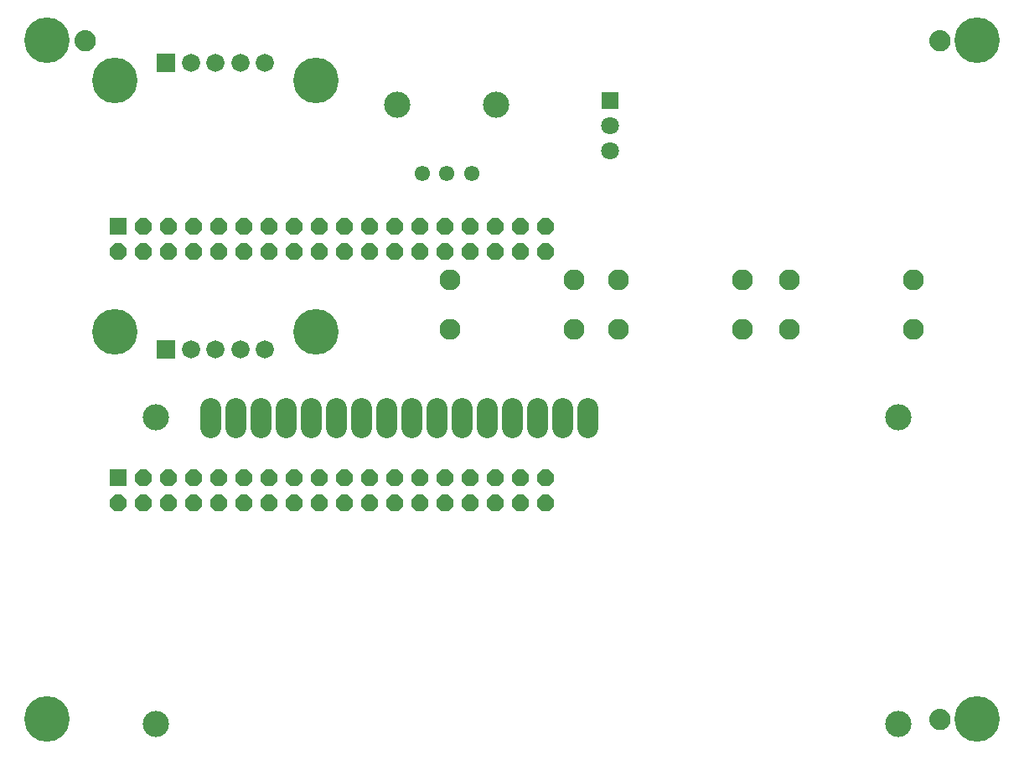
<source format=gbr>
G04 EAGLE Gerber RS-274X export*
G75*
%MOMM*%
%FSLAX34Y34*%
%LPD*%
%INSoldermask Bottom*%
%IPPOS*%
%AMOC8*
5,1,8,0,0,1.08239X$1,22.5*%
G01*
%ADD10R,1.676400X1.676400*%
%ADD11P,1.814519X8X22.500000*%
%ADD12C,4.597400*%
%ADD13C,0.609600*%
%ADD14C,1.168400*%
%ADD15C,1.828800*%
%ADD16R,1.828800X1.828800*%
%ADD17C,2.082800*%
%ADD18C,2.652400*%
%ADD19C,1.552400*%
%ADD20R,1.803400X1.803400*%
%ADD21C,1.803400*%
%ADD22C,2.112400*%


D10*
X109900Y536200D03*
D11*
X109900Y510800D03*
X135300Y536200D03*
X135300Y510800D03*
X160700Y536200D03*
X160700Y510800D03*
X186100Y536200D03*
X186100Y510800D03*
X211500Y536200D03*
X211500Y510800D03*
X236900Y536200D03*
X236900Y510800D03*
X262300Y536200D03*
X262300Y510800D03*
X287700Y536200D03*
X287700Y510800D03*
X313100Y536200D03*
X313100Y510800D03*
X338500Y536200D03*
X338500Y510800D03*
X363900Y536200D03*
X363900Y510800D03*
X389300Y536200D03*
X389300Y510800D03*
X414700Y536200D03*
X414700Y510800D03*
X440100Y536200D03*
X440100Y510800D03*
X465500Y536200D03*
X465500Y510800D03*
X490900Y536200D03*
X490900Y510800D03*
X516300Y536200D03*
X516300Y510800D03*
X541700Y536200D03*
X541700Y510800D03*
D10*
X109900Y282200D03*
D11*
X109900Y256800D03*
X135300Y282200D03*
X135300Y256800D03*
X160700Y282200D03*
X160700Y256800D03*
X186100Y282200D03*
X186100Y256800D03*
X211500Y282200D03*
X211500Y256800D03*
X236900Y282200D03*
X236900Y256800D03*
X262300Y282200D03*
X262300Y256800D03*
X287700Y282200D03*
X287700Y256800D03*
X313100Y282200D03*
X313100Y256800D03*
X338500Y282200D03*
X338500Y256800D03*
X363900Y282200D03*
X363900Y256800D03*
X389300Y282200D03*
X389300Y256800D03*
X414700Y282200D03*
X414700Y256800D03*
X440100Y282200D03*
X440100Y256800D03*
X465500Y282200D03*
X465500Y256800D03*
X490900Y282200D03*
X490900Y256800D03*
X516300Y282200D03*
X516300Y256800D03*
X541700Y282200D03*
X541700Y256800D03*
D12*
X38100Y723900D03*
X977900Y723900D03*
X38100Y38100D03*
X977900Y38100D03*
D13*
X68580Y723900D02*
X68582Y724087D01*
X68589Y724274D01*
X68601Y724461D01*
X68617Y724647D01*
X68637Y724833D01*
X68662Y725018D01*
X68692Y725203D01*
X68726Y725387D01*
X68765Y725570D01*
X68808Y725752D01*
X68856Y725932D01*
X68908Y726112D01*
X68965Y726290D01*
X69025Y726467D01*
X69091Y726642D01*
X69160Y726816D01*
X69234Y726988D01*
X69312Y727158D01*
X69394Y727326D01*
X69480Y727492D01*
X69570Y727656D01*
X69664Y727817D01*
X69762Y727977D01*
X69864Y728133D01*
X69970Y728288D01*
X70080Y728439D01*
X70193Y728588D01*
X70310Y728734D01*
X70430Y728877D01*
X70554Y729017D01*
X70681Y729154D01*
X70812Y729288D01*
X70946Y729419D01*
X71083Y729546D01*
X71223Y729670D01*
X71366Y729790D01*
X71512Y729907D01*
X71661Y730020D01*
X71812Y730130D01*
X71967Y730236D01*
X72123Y730338D01*
X72283Y730436D01*
X72444Y730530D01*
X72608Y730620D01*
X72774Y730706D01*
X72942Y730788D01*
X73112Y730866D01*
X73284Y730940D01*
X73458Y731009D01*
X73633Y731075D01*
X73810Y731135D01*
X73988Y731192D01*
X74168Y731244D01*
X74348Y731292D01*
X74530Y731335D01*
X74713Y731374D01*
X74897Y731408D01*
X75082Y731438D01*
X75267Y731463D01*
X75453Y731483D01*
X75639Y731499D01*
X75826Y731511D01*
X76013Y731518D01*
X76200Y731520D01*
X76387Y731518D01*
X76574Y731511D01*
X76761Y731499D01*
X76947Y731483D01*
X77133Y731463D01*
X77318Y731438D01*
X77503Y731408D01*
X77687Y731374D01*
X77870Y731335D01*
X78052Y731292D01*
X78232Y731244D01*
X78412Y731192D01*
X78590Y731135D01*
X78767Y731075D01*
X78942Y731009D01*
X79116Y730940D01*
X79288Y730866D01*
X79458Y730788D01*
X79626Y730706D01*
X79792Y730620D01*
X79956Y730530D01*
X80117Y730436D01*
X80277Y730338D01*
X80433Y730236D01*
X80588Y730130D01*
X80739Y730020D01*
X80888Y729907D01*
X81034Y729790D01*
X81177Y729670D01*
X81317Y729546D01*
X81454Y729419D01*
X81588Y729288D01*
X81719Y729154D01*
X81846Y729017D01*
X81970Y728877D01*
X82090Y728734D01*
X82207Y728588D01*
X82320Y728439D01*
X82430Y728288D01*
X82536Y728133D01*
X82638Y727977D01*
X82736Y727817D01*
X82830Y727656D01*
X82920Y727492D01*
X83006Y727326D01*
X83088Y727158D01*
X83166Y726988D01*
X83240Y726816D01*
X83309Y726642D01*
X83375Y726467D01*
X83435Y726290D01*
X83492Y726112D01*
X83544Y725932D01*
X83592Y725752D01*
X83635Y725570D01*
X83674Y725387D01*
X83708Y725203D01*
X83738Y725018D01*
X83763Y724833D01*
X83783Y724647D01*
X83799Y724461D01*
X83811Y724274D01*
X83818Y724087D01*
X83820Y723900D01*
X83818Y723713D01*
X83811Y723526D01*
X83799Y723339D01*
X83783Y723153D01*
X83763Y722967D01*
X83738Y722782D01*
X83708Y722597D01*
X83674Y722413D01*
X83635Y722230D01*
X83592Y722048D01*
X83544Y721868D01*
X83492Y721688D01*
X83435Y721510D01*
X83375Y721333D01*
X83309Y721158D01*
X83240Y720984D01*
X83166Y720812D01*
X83088Y720642D01*
X83006Y720474D01*
X82920Y720308D01*
X82830Y720144D01*
X82736Y719983D01*
X82638Y719823D01*
X82536Y719667D01*
X82430Y719512D01*
X82320Y719361D01*
X82207Y719212D01*
X82090Y719066D01*
X81970Y718923D01*
X81846Y718783D01*
X81719Y718646D01*
X81588Y718512D01*
X81454Y718381D01*
X81317Y718254D01*
X81177Y718130D01*
X81034Y718010D01*
X80888Y717893D01*
X80739Y717780D01*
X80588Y717670D01*
X80433Y717564D01*
X80277Y717462D01*
X80117Y717364D01*
X79956Y717270D01*
X79792Y717180D01*
X79626Y717094D01*
X79458Y717012D01*
X79288Y716934D01*
X79116Y716860D01*
X78942Y716791D01*
X78767Y716725D01*
X78590Y716665D01*
X78412Y716608D01*
X78232Y716556D01*
X78052Y716508D01*
X77870Y716465D01*
X77687Y716426D01*
X77503Y716392D01*
X77318Y716362D01*
X77133Y716337D01*
X76947Y716317D01*
X76761Y716301D01*
X76574Y716289D01*
X76387Y716282D01*
X76200Y716280D01*
X76013Y716282D01*
X75826Y716289D01*
X75639Y716301D01*
X75453Y716317D01*
X75267Y716337D01*
X75082Y716362D01*
X74897Y716392D01*
X74713Y716426D01*
X74530Y716465D01*
X74348Y716508D01*
X74168Y716556D01*
X73988Y716608D01*
X73810Y716665D01*
X73633Y716725D01*
X73458Y716791D01*
X73284Y716860D01*
X73112Y716934D01*
X72942Y717012D01*
X72774Y717094D01*
X72608Y717180D01*
X72444Y717270D01*
X72283Y717364D01*
X72123Y717462D01*
X71967Y717564D01*
X71812Y717670D01*
X71661Y717780D01*
X71512Y717893D01*
X71366Y718010D01*
X71223Y718130D01*
X71083Y718254D01*
X70946Y718381D01*
X70812Y718512D01*
X70681Y718646D01*
X70554Y718783D01*
X70430Y718923D01*
X70310Y719066D01*
X70193Y719212D01*
X70080Y719361D01*
X69970Y719512D01*
X69864Y719667D01*
X69762Y719823D01*
X69664Y719983D01*
X69570Y720144D01*
X69480Y720308D01*
X69394Y720474D01*
X69312Y720642D01*
X69234Y720812D01*
X69160Y720984D01*
X69091Y721158D01*
X69025Y721333D01*
X68965Y721510D01*
X68908Y721688D01*
X68856Y721868D01*
X68808Y722048D01*
X68765Y722230D01*
X68726Y722413D01*
X68692Y722597D01*
X68662Y722782D01*
X68637Y722967D01*
X68617Y723153D01*
X68601Y723339D01*
X68589Y723526D01*
X68582Y723713D01*
X68580Y723900D01*
D14*
X76200Y723900D03*
D13*
X932180Y38100D02*
X932182Y38287D01*
X932189Y38474D01*
X932201Y38661D01*
X932217Y38847D01*
X932237Y39033D01*
X932262Y39218D01*
X932292Y39403D01*
X932326Y39587D01*
X932365Y39770D01*
X932408Y39952D01*
X932456Y40132D01*
X932508Y40312D01*
X932565Y40490D01*
X932625Y40667D01*
X932691Y40842D01*
X932760Y41016D01*
X932834Y41188D01*
X932912Y41358D01*
X932994Y41526D01*
X933080Y41692D01*
X933170Y41856D01*
X933264Y42017D01*
X933362Y42177D01*
X933464Y42333D01*
X933570Y42488D01*
X933680Y42639D01*
X933793Y42788D01*
X933910Y42934D01*
X934030Y43077D01*
X934154Y43217D01*
X934281Y43354D01*
X934412Y43488D01*
X934546Y43619D01*
X934683Y43746D01*
X934823Y43870D01*
X934966Y43990D01*
X935112Y44107D01*
X935261Y44220D01*
X935412Y44330D01*
X935567Y44436D01*
X935723Y44538D01*
X935883Y44636D01*
X936044Y44730D01*
X936208Y44820D01*
X936374Y44906D01*
X936542Y44988D01*
X936712Y45066D01*
X936884Y45140D01*
X937058Y45209D01*
X937233Y45275D01*
X937410Y45335D01*
X937588Y45392D01*
X937768Y45444D01*
X937948Y45492D01*
X938130Y45535D01*
X938313Y45574D01*
X938497Y45608D01*
X938682Y45638D01*
X938867Y45663D01*
X939053Y45683D01*
X939239Y45699D01*
X939426Y45711D01*
X939613Y45718D01*
X939800Y45720D01*
X939987Y45718D01*
X940174Y45711D01*
X940361Y45699D01*
X940547Y45683D01*
X940733Y45663D01*
X940918Y45638D01*
X941103Y45608D01*
X941287Y45574D01*
X941470Y45535D01*
X941652Y45492D01*
X941832Y45444D01*
X942012Y45392D01*
X942190Y45335D01*
X942367Y45275D01*
X942542Y45209D01*
X942716Y45140D01*
X942888Y45066D01*
X943058Y44988D01*
X943226Y44906D01*
X943392Y44820D01*
X943556Y44730D01*
X943717Y44636D01*
X943877Y44538D01*
X944033Y44436D01*
X944188Y44330D01*
X944339Y44220D01*
X944488Y44107D01*
X944634Y43990D01*
X944777Y43870D01*
X944917Y43746D01*
X945054Y43619D01*
X945188Y43488D01*
X945319Y43354D01*
X945446Y43217D01*
X945570Y43077D01*
X945690Y42934D01*
X945807Y42788D01*
X945920Y42639D01*
X946030Y42488D01*
X946136Y42333D01*
X946238Y42177D01*
X946336Y42017D01*
X946430Y41856D01*
X946520Y41692D01*
X946606Y41526D01*
X946688Y41358D01*
X946766Y41188D01*
X946840Y41016D01*
X946909Y40842D01*
X946975Y40667D01*
X947035Y40490D01*
X947092Y40312D01*
X947144Y40132D01*
X947192Y39952D01*
X947235Y39770D01*
X947274Y39587D01*
X947308Y39403D01*
X947338Y39218D01*
X947363Y39033D01*
X947383Y38847D01*
X947399Y38661D01*
X947411Y38474D01*
X947418Y38287D01*
X947420Y38100D01*
X947418Y37913D01*
X947411Y37726D01*
X947399Y37539D01*
X947383Y37353D01*
X947363Y37167D01*
X947338Y36982D01*
X947308Y36797D01*
X947274Y36613D01*
X947235Y36430D01*
X947192Y36248D01*
X947144Y36068D01*
X947092Y35888D01*
X947035Y35710D01*
X946975Y35533D01*
X946909Y35358D01*
X946840Y35184D01*
X946766Y35012D01*
X946688Y34842D01*
X946606Y34674D01*
X946520Y34508D01*
X946430Y34344D01*
X946336Y34183D01*
X946238Y34023D01*
X946136Y33867D01*
X946030Y33712D01*
X945920Y33561D01*
X945807Y33412D01*
X945690Y33266D01*
X945570Y33123D01*
X945446Y32983D01*
X945319Y32846D01*
X945188Y32712D01*
X945054Y32581D01*
X944917Y32454D01*
X944777Y32330D01*
X944634Y32210D01*
X944488Y32093D01*
X944339Y31980D01*
X944188Y31870D01*
X944033Y31764D01*
X943877Y31662D01*
X943717Y31564D01*
X943556Y31470D01*
X943392Y31380D01*
X943226Y31294D01*
X943058Y31212D01*
X942888Y31134D01*
X942716Y31060D01*
X942542Y30991D01*
X942367Y30925D01*
X942190Y30865D01*
X942012Y30808D01*
X941832Y30756D01*
X941652Y30708D01*
X941470Y30665D01*
X941287Y30626D01*
X941103Y30592D01*
X940918Y30562D01*
X940733Y30537D01*
X940547Y30517D01*
X940361Y30501D01*
X940174Y30489D01*
X939987Y30482D01*
X939800Y30480D01*
X939613Y30482D01*
X939426Y30489D01*
X939239Y30501D01*
X939053Y30517D01*
X938867Y30537D01*
X938682Y30562D01*
X938497Y30592D01*
X938313Y30626D01*
X938130Y30665D01*
X937948Y30708D01*
X937768Y30756D01*
X937588Y30808D01*
X937410Y30865D01*
X937233Y30925D01*
X937058Y30991D01*
X936884Y31060D01*
X936712Y31134D01*
X936542Y31212D01*
X936374Y31294D01*
X936208Y31380D01*
X936044Y31470D01*
X935883Y31564D01*
X935723Y31662D01*
X935567Y31764D01*
X935412Y31870D01*
X935261Y31980D01*
X935112Y32093D01*
X934966Y32210D01*
X934823Y32330D01*
X934683Y32454D01*
X934546Y32581D01*
X934412Y32712D01*
X934281Y32846D01*
X934154Y32983D01*
X934030Y33123D01*
X933910Y33266D01*
X933793Y33412D01*
X933680Y33561D01*
X933570Y33712D01*
X933464Y33867D01*
X933362Y34023D01*
X933264Y34183D01*
X933170Y34344D01*
X933080Y34508D01*
X932994Y34674D01*
X932912Y34842D01*
X932834Y35012D01*
X932760Y35184D01*
X932691Y35358D01*
X932625Y35533D01*
X932565Y35710D01*
X932508Y35888D01*
X932456Y36068D01*
X932408Y36248D01*
X932365Y36430D01*
X932326Y36613D01*
X932292Y36797D01*
X932262Y36982D01*
X932237Y37167D01*
X932217Y37353D01*
X932201Y37539D01*
X932189Y37726D01*
X932182Y37913D01*
X932180Y38100D01*
D14*
X939800Y38100D03*
D13*
X932180Y723900D02*
X932182Y724087D01*
X932189Y724274D01*
X932201Y724461D01*
X932217Y724647D01*
X932237Y724833D01*
X932262Y725018D01*
X932292Y725203D01*
X932326Y725387D01*
X932365Y725570D01*
X932408Y725752D01*
X932456Y725932D01*
X932508Y726112D01*
X932565Y726290D01*
X932625Y726467D01*
X932691Y726642D01*
X932760Y726816D01*
X932834Y726988D01*
X932912Y727158D01*
X932994Y727326D01*
X933080Y727492D01*
X933170Y727656D01*
X933264Y727817D01*
X933362Y727977D01*
X933464Y728133D01*
X933570Y728288D01*
X933680Y728439D01*
X933793Y728588D01*
X933910Y728734D01*
X934030Y728877D01*
X934154Y729017D01*
X934281Y729154D01*
X934412Y729288D01*
X934546Y729419D01*
X934683Y729546D01*
X934823Y729670D01*
X934966Y729790D01*
X935112Y729907D01*
X935261Y730020D01*
X935412Y730130D01*
X935567Y730236D01*
X935723Y730338D01*
X935883Y730436D01*
X936044Y730530D01*
X936208Y730620D01*
X936374Y730706D01*
X936542Y730788D01*
X936712Y730866D01*
X936884Y730940D01*
X937058Y731009D01*
X937233Y731075D01*
X937410Y731135D01*
X937588Y731192D01*
X937768Y731244D01*
X937948Y731292D01*
X938130Y731335D01*
X938313Y731374D01*
X938497Y731408D01*
X938682Y731438D01*
X938867Y731463D01*
X939053Y731483D01*
X939239Y731499D01*
X939426Y731511D01*
X939613Y731518D01*
X939800Y731520D01*
X939987Y731518D01*
X940174Y731511D01*
X940361Y731499D01*
X940547Y731483D01*
X940733Y731463D01*
X940918Y731438D01*
X941103Y731408D01*
X941287Y731374D01*
X941470Y731335D01*
X941652Y731292D01*
X941832Y731244D01*
X942012Y731192D01*
X942190Y731135D01*
X942367Y731075D01*
X942542Y731009D01*
X942716Y730940D01*
X942888Y730866D01*
X943058Y730788D01*
X943226Y730706D01*
X943392Y730620D01*
X943556Y730530D01*
X943717Y730436D01*
X943877Y730338D01*
X944033Y730236D01*
X944188Y730130D01*
X944339Y730020D01*
X944488Y729907D01*
X944634Y729790D01*
X944777Y729670D01*
X944917Y729546D01*
X945054Y729419D01*
X945188Y729288D01*
X945319Y729154D01*
X945446Y729017D01*
X945570Y728877D01*
X945690Y728734D01*
X945807Y728588D01*
X945920Y728439D01*
X946030Y728288D01*
X946136Y728133D01*
X946238Y727977D01*
X946336Y727817D01*
X946430Y727656D01*
X946520Y727492D01*
X946606Y727326D01*
X946688Y727158D01*
X946766Y726988D01*
X946840Y726816D01*
X946909Y726642D01*
X946975Y726467D01*
X947035Y726290D01*
X947092Y726112D01*
X947144Y725932D01*
X947192Y725752D01*
X947235Y725570D01*
X947274Y725387D01*
X947308Y725203D01*
X947338Y725018D01*
X947363Y724833D01*
X947383Y724647D01*
X947399Y724461D01*
X947411Y724274D01*
X947418Y724087D01*
X947420Y723900D01*
X947418Y723713D01*
X947411Y723526D01*
X947399Y723339D01*
X947383Y723153D01*
X947363Y722967D01*
X947338Y722782D01*
X947308Y722597D01*
X947274Y722413D01*
X947235Y722230D01*
X947192Y722048D01*
X947144Y721868D01*
X947092Y721688D01*
X947035Y721510D01*
X946975Y721333D01*
X946909Y721158D01*
X946840Y720984D01*
X946766Y720812D01*
X946688Y720642D01*
X946606Y720474D01*
X946520Y720308D01*
X946430Y720144D01*
X946336Y719983D01*
X946238Y719823D01*
X946136Y719667D01*
X946030Y719512D01*
X945920Y719361D01*
X945807Y719212D01*
X945690Y719066D01*
X945570Y718923D01*
X945446Y718783D01*
X945319Y718646D01*
X945188Y718512D01*
X945054Y718381D01*
X944917Y718254D01*
X944777Y718130D01*
X944634Y718010D01*
X944488Y717893D01*
X944339Y717780D01*
X944188Y717670D01*
X944033Y717564D01*
X943877Y717462D01*
X943717Y717364D01*
X943556Y717270D01*
X943392Y717180D01*
X943226Y717094D01*
X943058Y717012D01*
X942888Y716934D01*
X942716Y716860D01*
X942542Y716791D01*
X942367Y716725D01*
X942190Y716665D01*
X942012Y716608D01*
X941832Y716556D01*
X941652Y716508D01*
X941470Y716465D01*
X941287Y716426D01*
X941103Y716392D01*
X940918Y716362D01*
X940733Y716337D01*
X940547Y716317D01*
X940361Y716301D01*
X940174Y716289D01*
X939987Y716282D01*
X939800Y716280D01*
X939613Y716282D01*
X939426Y716289D01*
X939239Y716301D01*
X939053Y716317D01*
X938867Y716337D01*
X938682Y716362D01*
X938497Y716392D01*
X938313Y716426D01*
X938130Y716465D01*
X937948Y716508D01*
X937768Y716556D01*
X937588Y716608D01*
X937410Y716665D01*
X937233Y716725D01*
X937058Y716791D01*
X936884Y716860D01*
X936712Y716934D01*
X936542Y717012D01*
X936374Y717094D01*
X936208Y717180D01*
X936044Y717270D01*
X935883Y717364D01*
X935723Y717462D01*
X935567Y717564D01*
X935412Y717670D01*
X935261Y717780D01*
X935112Y717893D01*
X934966Y718010D01*
X934823Y718130D01*
X934683Y718254D01*
X934546Y718381D01*
X934412Y718512D01*
X934281Y718646D01*
X934154Y718783D01*
X934030Y718923D01*
X933910Y719066D01*
X933793Y719212D01*
X933680Y719361D01*
X933570Y719512D01*
X933464Y719667D01*
X933362Y719823D01*
X933264Y719983D01*
X933170Y720144D01*
X933080Y720308D01*
X932994Y720474D01*
X932912Y720642D01*
X932834Y720812D01*
X932760Y720984D01*
X932691Y721158D01*
X932625Y721333D01*
X932565Y721510D01*
X932508Y721688D01*
X932456Y721868D01*
X932408Y722048D01*
X932365Y722230D01*
X932326Y722413D01*
X932292Y722597D01*
X932262Y722782D01*
X932237Y722967D01*
X932217Y723153D01*
X932201Y723339D01*
X932189Y723526D01*
X932182Y723713D01*
X932180Y723900D01*
D14*
X939800Y723900D03*
D15*
X258280Y701260D03*
X233280Y701260D03*
X208280Y701260D03*
X183280Y701260D03*
D16*
X158280Y701260D03*
D15*
X258280Y411260D03*
X233280Y411260D03*
X208280Y411260D03*
X183280Y411260D03*
D16*
X158280Y411260D03*
D12*
X309880Y683260D03*
X309880Y429260D03*
X106680Y683260D03*
X106680Y429260D03*
D17*
X203200Y352552D02*
X203200Y333248D01*
X228600Y333248D02*
X228600Y352552D01*
X254000Y352552D02*
X254000Y333248D01*
X279400Y333248D02*
X279400Y352552D01*
X304800Y352552D02*
X304800Y333248D01*
X330200Y333248D02*
X330200Y352552D01*
X355600Y352552D02*
X355600Y333248D01*
X381000Y333248D02*
X381000Y352552D01*
X406400Y352552D02*
X406400Y333248D01*
X431800Y333248D02*
X431800Y352552D01*
X457200Y352552D02*
X457200Y333248D01*
X482600Y333248D02*
X482600Y352552D01*
X508000Y352552D02*
X508000Y333248D01*
X533400Y333248D02*
X533400Y352552D01*
X558800Y352552D02*
X558800Y333248D01*
X584200Y333248D02*
X584200Y352552D01*
D18*
X148200Y342900D03*
X898200Y342900D03*
X148200Y32900D03*
X898200Y32900D03*
D19*
X416960Y589280D03*
X441960Y589280D03*
X466960Y589280D03*
D18*
X391960Y659280D03*
X491960Y659280D03*
D20*
X607060Y662940D03*
D21*
X607060Y637540D03*
X607060Y612140D03*
D22*
X570500Y482200D03*
X570500Y432200D03*
X445500Y432200D03*
X445500Y482200D03*
X740680Y482200D03*
X740680Y432200D03*
X615680Y432200D03*
X615680Y482200D03*
X913400Y482200D03*
X913400Y432200D03*
X788400Y432200D03*
X788400Y482200D03*
M02*

</source>
